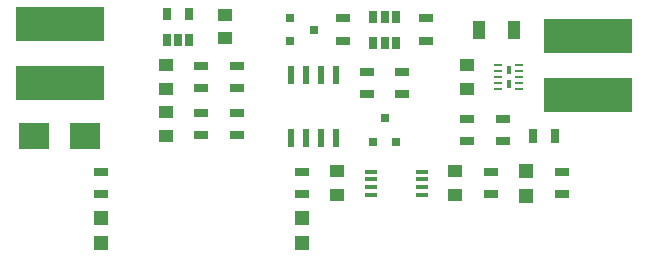
<source format=gtp>
G04 #@! TF.FileFunction,Paste,Top*
%FSLAX46Y46*%
G04 Gerber Fmt 4.6, Leading zero omitted, Abs format (unit mm)*
G04 Created by KiCad (PCBNEW 4.0.2-stable) date Sunday, October 23, 2016 'AMt' 12:13:38 AM*
%MOMM*%
G01*
G04 APERTURE LIST*
%ADD10C,0.100000*%
%ADD11R,2.499360X2.301240*%
%ADD12R,7.500620X2.999740*%
%ADD13R,0.800100X0.800100*%
%ADD14R,0.600000X1.550000*%
%ADD15R,0.650000X1.060000*%
%ADD16R,1.100000X0.400000*%
%ADD17R,1.250000X1.000000*%
%ADD18R,1.198880X1.198880*%
%ADD19R,1.300000X0.700000*%
%ADD20R,1.000000X1.600000*%
%ADD21R,0.700000X1.300000*%
%ADD22R,0.700000X0.250000*%
%ADD23R,0.384000X0.720000*%
G04 APERTURE END LIST*
D10*
D11*
X6648840Y-19500000D03*
X2351160Y-19500000D03*
D12*
X4500000Y-10000640D03*
X4500000Y-14999360D03*
D13*
X31050000Y-20000760D03*
X32950000Y-20000760D03*
X32000000Y-18001780D03*
D14*
X27905000Y-14300000D03*
X26635000Y-14300000D03*
X25365000Y-14300000D03*
X24095000Y-14300000D03*
X24095000Y-19700000D03*
X25365000Y-19700000D03*
X26635000Y-19700000D03*
X27905000Y-19700000D03*
D15*
X13550000Y-11350000D03*
X14500000Y-11350000D03*
X15450000Y-11350000D03*
X15450000Y-9150000D03*
X13550000Y-9150000D03*
D16*
X30850000Y-22525000D03*
X30850000Y-23175000D03*
X30850000Y-23825000D03*
X30850000Y-24475000D03*
X35150000Y-24475000D03*
X35150000Y-23825000D03*
X35150000Y-23175000D03*
X35150000Y-22525000D03*
D17*
X18500000Y-9250000D03*
X18500000Y-11250000D03*
X13500000Y-15500000D03*
X13500000Y-13500000D03*
X28000000Y-24500000D03*
X28000000Y-22500000D03*
X13500000Y-17500000D03*
X13500000Y-19500000D03*
X38000000Y-24500000D03*
X38000000Y-22500000D03*
D18*
X44000000Y-24549020D03*
X44000000Y-22450980D03*
X8000000Y-28549020D03*
X8000000Y-26450980D03*
D19*
X16500000Y-15450000D03*
X16500000Y-13550000D03*
X19500000Y-13550000D03*
X19500000Y-15450000D03*
X41000000Y-24450000D03*
X41000000Y-22550000D03*
X16500000Y-17550000D03*
X16500000Y-19450000D03*
X19500000Y-17550000D03*
X19500000Y-19450000D03*
X33500000Y-15950000D03*
X33500000Y-14050000D03*
X30500000Y-15950000D03*
X30500000Y-14050000D03*
X47000000Y-22550000D03*
X47000000Y-24450000D03*
X8000000Y-24450000D03*
X8000000Y-22550000D03*
D17*
X39000000Y-13500000D03*
X39000000Y-15500000D03*
D20*
X43000000Y-10500000D03*
X40000000Y-10500000D03*
D18*
X25000000Y-28549020D03*
X25000000Y-26450980D03*
D15*
X31050000Y-11600000D03*
X32000000Y-11600000D03*
X32950000Y-11600000D03*
X32950000Y-9400000D03*
X31050000Y-9400000D03*
X32000000Y-9400000D03*
D13*
X23999240Y-9550000D03*
X23999240Y-11450000D03*
X25998220Y-10500000D03*
D21*
X44550000Y-19500000D03*
X46450000Y-19500000D03*
D19*
X42000000Y-19950000D03*
X42000000Y-18050000D03*
X39000000Y-18050000D03*
X39000000Y-19950000D03*
X35500000Y-9550000D03*
X35500000Y-11450000D03*
X28500000Y-9550000D03*
X28500000Y-11450000D03*
X25000000Y-24450000D03*
X25000000Y-22550000D03*
D22*
X41575000Y-13500000D03*
X41575000Y-14000000D03*
X41575000Y-14500000D03*
X41575000Y-15000000D03*
X41575000Y-15500000D03*
X43425000Y-15500000D03*
X43425000Y-15000000D03*
X43425000Y-14500000D03*
X43425000Y-14000000D03*
X43425000Y-13500000D03*
D23*
X42500000Y-15100000D03*
X42500000Y-13900000D03*
D12*
X49250000Y-15999360D03*
X49250000Y-11000640D03*
M02*

</source>
